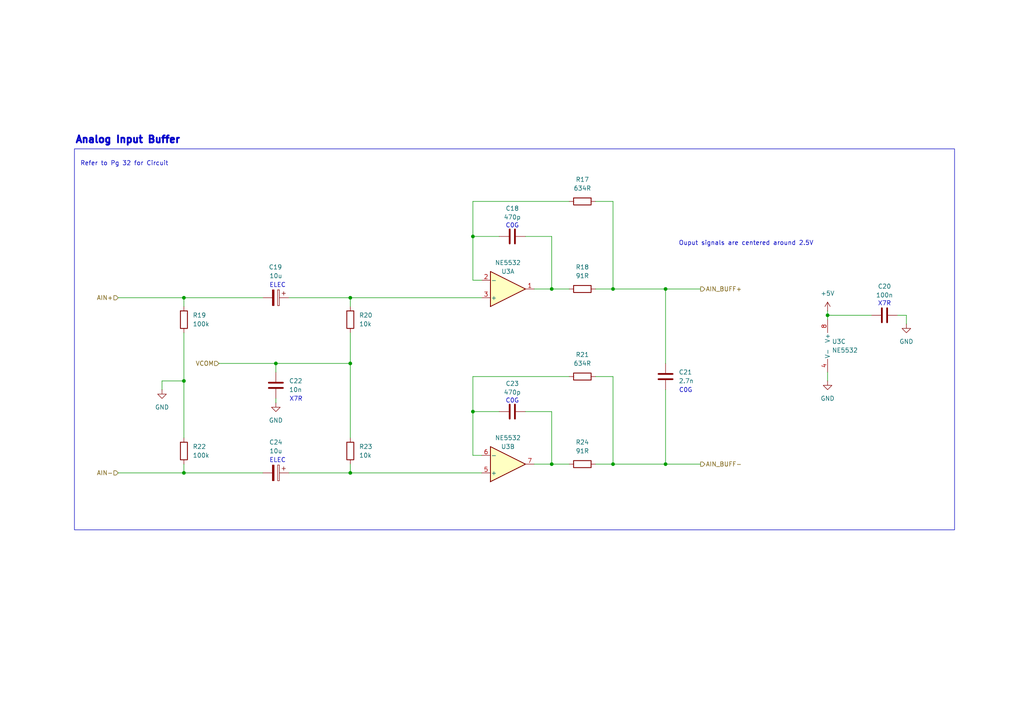
<source format=kicad_sch>
(kicad_sch (version 20231120) (generator "eeschema") (generator_version "8.0")
  (paper "A4")
  (lib_symbols
    (symbol "Amplifier_Operational:NE5532" (pin_names (offset 0.127))
      (property "Reference" "U" (at 0 5.08 0))
      (property "Value" "NE5532" (at 0 -5.08 0))
      (symbol "NE5532_1_1"
        (polyline (pts (xy -5.08 5.08) (xy 5.08 0) (xy -5.08 -5.08) (xy -5.08 5.08)) (stroke (width 0.254)) (fill (type background)))
        (pin output line (at 7.62 0 180) (length 2.54) (name "~") (number "1"))
        (pin input line (at -7.62 -2.54 0) (length 2.54) (name "-") (number "2"))
        (pin input line (at -7.62 2.54 0) (length 2.54) (name "+") (number "3"))
      )
      (symbol "NE5532_2_1"
        (polyline (pts (xy -5.08 5.08) (xy 5.08 0) (xy -5.08 -5.08) (xy -5.08 5.08)) (stroke (width 0.254)) (fill (type background)))
        (pin input line (at -7.62 2.54 0) (length 2.54) (name "+") (number "5"))
        (pin input line (at -7.62 -2.54 0) (length 2.54) (name "-") (number "6"))
        (pin output line (at 7.62 0 180) (length 2.54) (name "~") (number "7"))
      )
      (symbol "NE5532_3_1"
        (pin power_in line (at -2.54 -7.62 90) (length 3.81) (name "V-") (number "4"))
        (pin power_in line (at -2.54 7.62 270) (length 3.81) (name "V+") (number "8"))
      )
    )
    (symbol "Device:C" (pin_numbers hide) (pin_names (offset 0.254))
      (property "Reference" "C" (at 0.635 2.54 0))
      (property "Value" "C" (at 0.635 -2.54 0))
      (symbol "C_0_1"
        (polyline (pts (xy -2.032 -0.762) (xy 2.032 -0.762)) (stroke (width 0.508)))
        (polyline (pts (xy -2.032 0.762) (xy 2.032 0.762)) (stroke (width 0.508)))
      )
      (symbol "C_1_1"
        (pin passive line (at 0 3.81 270) (length 2.794) (name "~") (number "1"))
        (pin passive line (at 0 -3.81 90) (length 2.794) (name "~") (number "2"))
      )
    )
    (symbol "Device:C_Polarized" (pin_numbers hide) (pin_names (offset 0.254))
      (property "Reference" "C" (at 0.635 2.54 0))
      (property "Value" "C_Polarized" (at 0.635 -2.54 0))
      (symbol "C_Polarized_0_1"
        (rectangle (start -2.286 0.508) (end 2.286 1.016))
        (polyline (pts (xy -1.778 2.286) (xy -0.762 2.286)))
        (polyline (pts (xy -1.27 2.794) (xy -1.27 1.778)))
        (rectangle (start 2.286 -0.508) (end -2.286 -1.016) (fill (type outline)))
      )
      (symbol "C_Polarized_1_1"
        (pin passive line (at 0 3.81 270) (length 2.794) (name "~") (number "1"))
        (pin passive line (at 0 -3.81 90) (length 2.794) (name "~") (number "2"))
      )
    )
    (symbol "Device:R" (pin_numbers hide) (pin_names (offset 0))
      (property "Reference" "R" (at 2.032 0 90))
      (property "Value" "R" (at 0 0 90))
      (symbol "R_0_1"
        (rectangle (start -1.016 -2.54) (end 1.016 2.54) (stroke (width 0.254)))
      )
      (symbol "R_1_1"
        (pin passive line (at 0 3.81 270) (length 1.27) (name "~") (number "1"))
        (pin passive line (at 0 -3.81 90) (length 1.27) (name "~") (number "2"))
      )
    )
    (symbol "power:+5V" (power) (pin_numbers hide) (pin_names (offset 0) hide)
      (property "Value" "+5V" (at 0 3.556 0))
      (symbol "+5V_0_1"
        (polyline (pts (xy -0.762 1.27) (xy 0 2.54)))
        (polyline (pts (xy 0 0) (xy 0 2.54)))
        (polyline (pts (xy 0 2.54) (xy 0.762 1.27)))
      )
      (symbol "+5V_1_1"
        (pin power_in line (at 0 0 90) (length 0) (name "~") (number "1"))
      )
    )
    (symbol "power:GND" (power) (pin_numbers hide) (pin_names (offset 0) hide)
      (property "Value" "GND" (at 0 -3.81 0))
      (symbol "GND_0_1"
        (polyline (pts (xy 0 0) (xy 0 -1.27) (xy 1.27 -1.27) (xy 0 -2.54) (xy -1.27 -1.27) (xy 0 -1.27)))
      )
      (symbol "GND_1_1"
        (pin power_in line (at 0 0 270) (length 0) (name "~") (number "1"))
      )
    )
  )
  (junction (at 101.6 86.36))
  (junction (at 240.03 91.44))
  (junction (at 101.6 137.16))
  (junction (at 137.16 119.38))
  (junction (at 177.8 134.62))
  (junction (at 80.01 105.41))
  (junction (at 177.8 83.82))
  (junction (at 160.02 83.82))
  (junction (at 101.6 105.41))
  (junction (at 53.34 86.36))
  (junction (at 53.34 137.16))
  (junction (at 53.34 110.49))
  (junction (at 137.16 68.58))
  (junction (at 193.04 134.62))
  (junction (at 193.04 83.82))
  (junction (at 160.02 134.62))
  (wire (pts (xy 83.82 86.36) (xy 101.6 86.36)))
  (wire (pts (xy 160.02 119.38) (xy 152.4 119.38)))
  (wire (pts (xy 160.02 134.62) (xy 160.02 119.38)))
  (wire (pts (xy 262.89 91.44) (xy 262.89 93.98)))
  (wire (pts (xy 160.02 83.82) (xy 160.02 68.58)))
  (wire (pts (xy 165.1 109.22) (xy 137.16 109.22)))
  (wire (pts (xy 154.94 83.82) (xy 160.02 83.82)))
  (wire (pts (xy 137.16 58.42) (xy 137.16 68.58)))
  (wire (pts (xy 83.82 137.16) (xy 101.6 137.16)))
  (wire (pts (xy 46.99 110.49) (xy 53.34 110.49)))
  (wire (pts (xy 137.16 68.58) (xy 137.16 81.28)))
  (wire (pts (xy 177.8 83.82) (xy 172.72 83.82)))
  (wire (pts (xy 101.6 96.52) (xy 101.6 105.41)))
  (wire (pts (xy 46.99 113.03) (xy 46.99 110.49)))
  (wire (pts (xy 101.6 137.16) (xy 101.6 134.62)))
  (wire (pts (xy 177.8 134.62) (xy 172.72 134.62)))
  (wire (pts (xy 53.34 137.16) (xy 76.2 137.16)))
  (wire (pts (xy 63.5 105.41) (xy 80.01 105.41)))
  (wire (pts (xy 101.6 86.36) (xy 101.6 88.9)))
  (wire (pts (xy 160.02 134.62) (xy 165.1 134.62)))
  (wire (pts (xy 34.29 137.16) (xy 53.34 137.16)))
  (wire (pts (xy 177.8 134.62) (xy 193.04 134.62)))
  (wire (pts (xy 160.02 68.58) (xy 152.4 68.58)))
  (wire (pts (xy 193.04 113.03) (xy 193.04 134.62)))
  (wire (pts (xy 34.29 86.36) (xy 53.34 86.36)))
  (wire (pts (xy 53.34 137.16) (xy 53.34 134.62)))
  (wire (pts (xy 154.94 134.62) (xy 160.02 134.62)))
  (wire (pts (xy 80.01 105.41) (xy 101.6 105.41)))
  (wire (pts (xy 137.16 68.58) (xy 144.78 68.58)))
  (wire (pts (xy 53.34 110.49) (xy 53.34 127)))
  (wire (pts (xy 101.6 86.36) (xy 139.7 86.36)))
  (wire (pts (xy 137.16 132.08) (xy 139.7 132.08)))
  (wire (pts (xy 137.16 109.22) (xy 137.16 119.38)))
  (wire (pts (xy 177.8 109.22) (xy 177.8 134.62)))
  (wire (pts (xy 193.04 83.82) (xy 193.04 105.41)))
  (wire (pts (xy 177.8 58.42) (xy 177.8 83.82)))
  (wire (pts (xy 80.01 115.57) (xy 80.01 116.84)))
  (wire (pts (xy 177.8 83.82) (xy 193.04 83.82)))
  (wire (pts (xy 137.16 119.38) (xy 137.16 132.08)))
  (wire (pts (xy 160.02 83.82) (xy 165.1 83.82)))
  (wire (pts (xy 240.03 91.44) (xy 252.73 91.44)))
  (wire (pts (xy 101.6 105.41) (xy 101.6 127)))
  (wire (pts (xy 53.34 96.52) (xy 53.34 110.49)))
  (wire (pts (xy 240.03 107.95) (xy 240.03 110.49)))
  (wire (pts (xy 193.04 134.62) (xy 203.2 134.62)))
  (wire (pts (xy 172.72 58.42) (xy 177.8 58.42)))
  (wire (pts (xy 53.34 86.36) (xy 76.2 86.36)))
  (wire (pts (xy 165.1 58.42) (xy 137.16 58.42)))
  (wire (pts (xy 137.16 81.28) (xy 139.7 81.28)))
  (wire (pts (xy 240.03 90.17) (xy 240.03 91.44)))
  (wire (pts (xy 172.72 109.22) (xy 177.8 109.22)))
  (wire (pts (xy 137.16 119.38) (xy 144.78 119.38)))
  (wire (pts (xy 193.04 83.82) (xy 203.2 83.82)))
  (wire (pts (xy 53.34 86.36) (xy 53.34 88.9)))
  (wire (pts (xy 80.01 105.41) (xy 80.01 107.95)))
  (wire (pts (xy 101.6 137.16) (xy 139.7 137.16)))
  (wire (pts (xy 240.03 91.44) (xy 240.03 92.71)))
  (wire (pts (xy 260.35 91.44) (xy 262.89 91.44)))
  (rectangle (start 21.59 43.18) (end 276.86 153.67))
  (text "C0G" (at 148.59 65.532 0) (effects (font (size 1.27 1.27))))
  (text "Analog Input Buffer" (at 37.084 40.64 0) (effects (font (size 2.032 2.032) (thickness 0.6096) (bold yes))))
  (text "X7R" (at 85.852 115.824 0) (effects (font (size 1.27 1.27))))
  (text "X7R" (at 256.54 88.138 0) (effects (font (size 1.27 1.27))))
  (text "C0G" (at 198.882 113.284 0) (effects (font (size 1.27 1.27))))
  (text "C0G" (at 148.59 116.332 0) (effects (font (size 1.27 1.27))))
  (text "Refer to Pg 32 for Circuit" (at 36.068 47.498 0) (effects (font (size 1.27 1.27))))
  (text "Ouput signals are centered around 2.5V" (at 216.408 70.612 0) (effects (font (size 1.27 1.27))))
  (text "ELEC" (at 80.518 82.804 0) (effects (font (size 1.27 1.27))))
  (text "ELEC" (at 80.518 133.604 0) (effects (font (size 1.27 1.27))))
  (hierarchical_label "AIN_BUFF+" (shape output) (at 203.2 83.82 0))
  (hierarchical_label "AIN-" (shape input) (at 34.29 137.16 180))
  (hierarchical_label "AIN_BUFF-" (shape output) (at 203.2 134.62 0))
  (hierarchical_label "AIN+" (shape input) (at 34.29 86.36 180))
  (hierarchical_label "VCOM" (shape input) (at 63.5 105.41 180))
  (symbol (lib_id "Device:C") (at 256.54 91.44 90) (unit 1)
    (property "Reference" "C20" (at 256.54 83.058 90))
    (property "Value" "100n" (at 256.54 85.598 90))
    (property "Footprint" "Capacitor_SMD:C_0805_2012Metric" (effects (hide yes)))
    (property "Description" "Unpolarized capacitor" (effects (hide yes)))
    (instances (project "CS4272-CZZ_Breakout_Board" (path "" (reference "C20") (unit 1)) (path "" (reference "C34") (unit 1))))
  )
  (symbol (lib_id "Amplifier_Operational:NE5532") (at 147.32 134.62 0) (mirror x) (unit 2)
    (property "Reference" "U3" (at 147.32 129.54 0))
    (property "Value" "NE5532" (at 147.32 127 0))
    (property "Footprint" "Package_SO:SOIC-8_3.9x4.9mm_P1.27mm" (effects (hide yes)))
    (property "Datasheet" "http://www.ti.com/lit/ds/symlink/ne5532.pdf" (effects (hide yes)))
    (property "Description" "Dual Low-Noise Operational Amplifiers, DIP-8/SOIC-8" (effects (hide yes)))
    (instances (project "" (path "" (reference "U3") (unit 2)) (path "" (reference "U5") (unit 2))))
  )
  (symbol (lib_id "Amplifier_Operational:NE5532") (at 242.57 100.33 0) (unit 3)
    (property "Reference" "U3" (at 241.3 99.0599 0) (effects (justify left)))
    (property "Value" "NE5532" (at 241.3 101.5999 0) (effects (justify left)))
    (property "Footprint" "Package_SO:SOIC-8_3.9x4.9mm_P1.27mm" (effects (hide yes)))
    (property "Datasheet" "http://www.ti.com/lit/ds/symlink/ne5532.pdf" (effects (hide yes)))
    (property "Description" "Dual Low-Noise Operational Amplifiers, DIP-8/SOIC-8" (effects (hide yes)))
    (instances (project "" (path "" (reference "U3") (unit 3)) (path "" (reference "U5") (unit 3))))
  )
  (symbol (lib_id "Device:R") (at 101.6 92.71 180) (unit 1)
    (property "Reference" "R20" (at 104.14 91.4399 0) (effects (justify right)))
    (property "Value" "10k" (at 104.14 93.9799 0) (effects (justify right)))
    (property "Footprint" "Resistor_SMD:R_0805_2012Metric" (effects (hide yes)))
    (property "Description" "Resistor" (effects (hide yes)))
    (instances (project "" (path "" (reference "R20") (unit 1)) (path "" (reference "R36") (unit 1))))
  )
  (symbol (lib_id "Amplifier_Operational:NE5532") (at 147.32 83.82 0) (mirror x) (unit 1)
    (property "Reference" "U3" (at 147.32 78.74 0))
    (property "Value" "NE5532" (at 147.32 76.2 0))
    (property "Footprint" "Package_SO:SOIC-8_3.9x4.9mm_P1.27mm" (effects (hide yes)))
    (property "Datasheet" "http://www.ti.com/lit/ds/symlink/ne5532.pdf" (effects (hide yes)))
    (property "Description" "Dual Low-Noise Operational Amplifiers, DIP-8/SOIC-8" (effects (hide yes)))
    (instances (project "" (path "" (reference "U3") (unit 1)) (path "" (reference "U5") (unit 1))))
  )
  (symbol (lib_id "power:GND") (at 80.01 116.84 0) (unit 1)
    (property "Reference" "#PWR023" (effects (hide yes)))
    (property "Value" "GND" (at 80.01 121.92 0))
    (property "Description" "Power symbol creates a global label with name \"GND\" , ground" (effects (hide yes)))
    (instances (project "" (path "" (reference "#PWR023") (unit 1)) (path "" (reference "#PWR035") (unit 1))))
  )
  (symbol (lib_id "Device:R") (at 168.91 134.62 270) (unit 1)
    (property "Reference" "R24" (at 168.91 128.27 90))
    (property "Value" "91R" (at 168.91 130.81 90))
    (property "Footprint" "Resistor_SMD:R_0805_2012Metric" (effects (hide yes)))
    (property "Description" "Resistor" (effects (hide yes)))
    (instances (project "CS4272-CZZ_Breakout_Board" (path "" (reference "R24") (unit 1)) (path "" (reference "R40") (unit 1))))
  )
  (symbol (lib_id "power:GND") (at 240.03 110.49 0) (unit 1)
    (property "Reference" "#PWR021" (effects (hide yes)))
    (property "Value" "GND" (at 240.03 115.57 0))
    (property "Description" "Power symbol creates a global label with name \"GND\" , ground" (effects (hide yes)))
    (instances (project "CS4272-CZZ_Breakout_Board" (path "" (reference "#PWR021") (unit 1)) (path "" (reference "#PWR033") (unit 1))))
  )
  (symbol (lib_id "Device:C") (at 80.01 111.76 0) (unit 1)
    (property "Reference" "C22" (at 83.82 110.4899 0) (effects (justify left)))
    (property "Value" "10n" (at 83.82 113.0299 0) (effects (justify left)))
    (property "Footprint" "Capacitor_SMD:C_0805_2012Metric" (effects (hide yes)))
    (property "Description" "Unpolarized capacitor" (effects (hide yes)))
    (instances (project "" (path "" (reference "C22") (unit 1)) (path "" (reference "C36") (unit 1))))
  )
  (symbol (lib_id "Device:C") (at 148.59 119.38 90) (unit 1)
    (property "Reference" "C23" (at 148.59 111.252 90))
    (property "Value" "470p" (at 148.59 113.792 90))
    (property "Footprint" "Capacitor_SMD:C_0805_2012Metric" (effects (hide yes)))
    (property "Description" "Unpolarized capacitor" (effects (hide yes)))
    (instances (project "CS4272-CZZ_Breakout_Board" (path "" (reference "C23") (unit 1)) (path "" (reference "C37") (unit 1))))
  )
  (symbol (lib_id "Device:R") (at 53.34 92.71 180) (unit 1)
    (property "Reference" "R19" (at 55.88 91.4399 0) (effects (justify right)))
    (property "Value" "100k" (at 55.88 93.9799 0) (effects (justify right)))
    (property "Footprint" "Resistor_SMD:R_0805_2012Metric" (effects (hide yes)))
    (property "Description" "Resistor" (effects (hide yes)))
    (instances (project "CS4272-CZZ_Breakout_Board" (path "" (reference "R19") (unit 1)) (path "" (reference "R35") (unit 1))))
  )
  (symbol (lib_id "Device:R") (at 168.91 83.82 270) (unit 1)
    (property "Reference" "R18" (at 168.91 77.47 90))
    (property "Value" "91R" (at 168.91 80.01 90))
    (property "Footprint" "Resistor_SMD:R_0805_2012Metric" (effects (hide yes)))
    (property "Description" "Resistor" (effects (hide yes)))
    (instances (project "CS4272-CZZ_Breakout_Board" (path "" (reference "R18") (unit 1)) (path "" (reference "R34") (unit 1))))
  )
  (symbol (lib_id "power:GND") (at 46.99 113.03 0) (unit 1)
    (property "Reference" "#PWR022" (effects (hide yes)))
    (property "Value" "GND" (at 46.99 118.11 0))
    (property "Description" "Power symbol creates a global label with name \"GND\" , ground" (effects (hide yes)))
    (instances (project "CS4272-CZZ_Breakout_Board" (path "" (reference "#PWR022") (unit 1)) (path "" (reference "#PWR034") (unit 1))))
  )
  (symbol (lib_id "Device:C") (at 193.04 109.22 180) (unit 1)
    (property "Reference" "C21" (at 196.85 107.9499 0) (effects (justify right)))
    (property "Value" "2.7n" (at 196.85 110.4899 0) (effects (justify right)))
    (property "Footprint" "Capacitor_SMD:C_0805_2012Metric" (effects (hide yes)))
    (property "Description" "Unpolarized capacitor" (effects (hide yes)))
    (instances (project "CS4272-CZZ_Breakout_Board" (path "" (reference "C21") (unit 1)) (path "" (reference "C35") (unit 1))))
  )
  (symbol (lib_id "Device:C_Polarized") (at 80.01 86.36 270) (unit 1)
    (property "Reference" "C19" (at 79.883 77.47 90))
    (property "Value" "10u" (at 80.01 80.01 90))
    (property "Footprint" "Capacitor_SMD:CP_Elec_5x5.4" (effects (hide yes)))
    (property "Description" "Polarized capacitor" (effects (hide yes)))
    (instances (project "" (path "" (reference "C19") (unit 1)) (path "" (reference "C33") (unit 1))))
  )
  (symbol (lib_id "power:GND") (at 262.89 93.98 0) (unit 1)
    (property "Reference" "#PWR020" (effects (hide yes)))
    (property "Value" "GND" (at 262.89 99.06 0))
    (property "Description" "Power symbol creates a global label with name \"GND\" , ground" (effects (hide yes)))
    (instances (project "CS4272-CZZ_Breakout_Board" (path "" (reference "#PWR020") (unit 1)) (path "" (reference "#PWR032") (unit 1))))
  )
  (symbol (lib_id "Device:C_Polarized") (at 80.01 137.16 270) (unit 1)
    (property "Reference" "C24" (at 80.01 128.27 90))
    (property "Value" "10u" (at 80.01 130.81 90))
    (property "Footprint" "Capacitor_SMD:CP_Elec_5x5.4" (effects (hide yes)))
    (property "Description" "Polarized capacitor" (effects (hide yes)))
    (instances (project "CS4272-CZZ_Breakout_Board" (path "" (reference "C24") (unit 1)) (path "" (reference "C38") (unit 1))))
  )
  (symbol (lib_id "Device:R") (at 168.91 109.22 270) (unit 1)
    (property "Reference" "R21" (at 168.91 102.87 90))
    (property "Value" "634R" (at 168.91 105.41 90))
    (property "Footprint" "Resistor_SMD:R_0805_2012Metric" (effects (hide yes)))
    (property "Description" "Resistor" (effects (hide yes)))
    (instances (project "CS4272-CZZ_Breakout_Board" (path "" (reference "R21") (unit 1)) (path "" (reference "R37") (unit 1))))
  )
  (symbol (lib_id "Device:R") (at 101.6 130.81 180) (unit 1)
    (property "Reference" "R23" (at 104.14 129.5399 0) (effects (justify right)))
    (property "Value" "10k" (at 104.14 132.0799 0) (effects (justify right)))
    (property "Footprint" "Resistor_SMD:R_0805_2012Metric" (effects (hide yes)))
    (property "Description" "Resistor" (effects (hide yes)))
    (instances (project "CS4272-CZZ_Breakout_Board" (path "" (reference "R23") (unit 1)) (path "" (reference "R39") (unit 1))))
  )
  (symbol (lib_id "power:+5V") (at 240.03 90.17 0) (unit 1)
    (property "Reference" "#PWR019" (effects (hide yes)))
    (property "Value" "+5V" (at 240.03 85.09 0))
    (property "Description" "Power symbol creates a global label with name \"+5V\"" (effects (hide yes)))
    (instances (project "CS4272-CZZ_Breakout_Board" (path "" (reference "#PWR019") (unit 1)) (path "" (reference "#PWR031") (unit 1))))
  )
  (symbol (lib_id "Device:R") (at 53.34 130.81 180) (unit 1)
    (property "Reference" "R22" (at 55.88 129.5399 0) (effects (justify right)))
    (property "Value" "100k" (at 55.88 132.0799 0) (effects (justify right)))
    (property "Footprint" "Resistor_SMD:R_0805_2012Metric" (effects (hide yes)))
    (property "Description" "Resistor" (effects (hide yes)))
    (instances (project "CS4272-CZZ_Breakout_Board" (path "" (reference "R22") (unit 1)) (path "" (reference "R38") (unit 1))))
  )
  (symbol (lib_id "Device:R") (at 168.91 58.42 270) (unit 1)
    (property "Reference" "R17" (at 168.91 52.07 90))
    (property "Value" "634R" (at 168.91 54.61 90))
    (property "Footprint" "Resistor_SMD:R_0805_2012Metric" (effects (hide yes)))
    (property "Description" "Resistor" (effects (hide yes)))
    (instances (project "CS4272-CZZ_Breakout_Board" (path "" (reference "R17") (unit 1)) (path "" (reference "R33") (unit 1))))
  )
  (symbol (lib_id "Device:C") (at 148.59 68.58 90) (unit 1)
    (property "Reference" "C18" (at 148.59 60.452 90))
    (property "Value" "470p" (at 148.59 62.992 90))
    (property "Footprint" "Capacitor_SMD:C_0805_2012Metric" (effects (hide yes)))
    (property "Description" "Unpolarized capacitor" (effects (hide yes)))
    (instances (project "CS4272-CZZ_Breakout_Board" (path "" (reference "C18") (unit 1)) (path "" (reference "C32") (unit 1))))
  )
)
</source>
